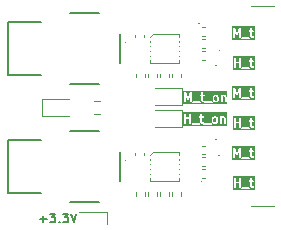
<source format=gbr>
%TF.GenerationSoftware,KiCad,Pcbnew,9.0.0*%
%TF.CreationDate,2025-02-25T16:03:33+01:00*%
%TF.ProjectId,2_In_6_Out,325f496e-5f36-45f4-9f75-742e6b696361,0*%
%TF.SameCoordinates,Original*%
%TF.FileFunction,Legend,Top*%
%TF.FilePolarity,Positive*%
%FSLAX46Y46*%
G04 Gerber Fmt 4.6, Leading zero omitted, Abs format (unit mm)*
G04 Created by KiCad (PCBNEW 9.0.0) date 2025-02-25 16:03:33*
%MOMM*%
%LPD*%
G01*
G04 APERTURE LIST*
%ADD10C,0.100000*%
%ADD11C,0.150000*%
%ADD12C,0.187500*%
%ADD13C,0.120000*%
%ADD14C,0.200000*%
G04 APERTURE END LIST*
D10*
X95046250Y-69630000D02*
X92656250Y-69630000D01*
X95046250Y-70610000D02*
X95046250Y-69630000D01*
D11*
G36*
X107557540Y-60108175D02*
G01*
X105635172Y-60108175D01*
X105635172Y-59128414D01*
X105718505Y-59128414D01*
X105718505Y-59878414D01*
X105719946Y-59893046D01*
X105731145Y-59920082D01*
X105751837Y-59940774D01*
X105778873Y-59951973D01*
X105808137Y-59951973D01*
X105835173Y-59940774D01*
X105855865Y-59920082D01*
X105867064Y-59893046D01*
X105868505Y-59878414D01*
X105868505Y-59466481D01*
X105975541Y-59695844D01*
X105978714Y-59701201D01*
X105979375Y-59703017D01*
X105980551Y-59704301D01*
X105983035Y-59708494D01*
X105991440Y-59716192D01*
X105999139Y-59724598D01*
X106002158Y-59726006D01*
X106004616Y-59728258D01*
X106015325Y-59732152D01*
X106025657Y-59736974D01*
X106028988Y-59737120D01*
X106032117Y-59738258D01*
X106043500Y-59737757D01*
X106054893Y-59738258D01*
X106058024Y-59737119D01*
X106061353Y-59736973D01*
X106071679Y-59732154D01*
X106082394Y-59728258D01*
X106084852Y-59726006D01*
X106087871Y-59724598D01*
X106095566Y-59716194D01*
X106103975Y-59708494D01*
X106106460Y-59704298D01*
X106107635Y-59703016D01*
X106108294Y-59701203D01*
X106111469Y-59695844D01*
X106218505Y-59466481D01*
X106218505Y-59878414D01*
X106219946Y-59893046D01*
X106231145Y-59920082D01*
X106251837Y-59940774D01*
X106278873Y-59951973D01*
X106308137Y-59951973D01*
X106335173Y-59940774D01*
X106340737Y-59935210D01*
X106398518Y-59935210D01*
X106398518Y-59964474D01*
X106409717Y-59991510D01*
X106430409Y-60012202D01*
X106457445Y-60023401D01*
X106472077Y-60024842D01*
X107043505Y-60024842D01*
X107058137Y-60023401D01*
X107085173Y-60012202D01*
X107105865Y-59991510D01*
X107117064Y-59964474D01*
X107117064Y-59935210D01*
X107105865Y-59908174D01*
X107085173Y-59887482D01*
X107058137Y-59876283D01*
X107043505Y-59874842D01*
X106472077Y-59874842D01*
X106457445Y-59876283D01*
X106430409Y-59887482D01*
X106409717Y-59908174D01*
X106398518Y-59935210D01*
X106340737Y-59935210D01*
X106355865Y-59920082D01*
X106367064Y-59893046D01*
X106368505Y-59878414D01*
X106368505Y-59363782D01*
X107041375Y-59363782D01*
X107041375Y-59393046D01*
X107052574Y-59420082D01*
X107073266Y-59440774D01*
X107100302Y-59451973D01*
X107114934Y-59453414D01*
X107147077Y-59453414D01*
X107147077Y-59771271D01*
X107148518Y-59785903D01*
X107149549Y-59788392D01*
X107149740Y-59791080D01*
X107154995Y-59804812D01*
X107190709Y-59876241D01*
X107192249Y-59878688D01*
X107192634Y-59879842D01*
X107193879Y-59881278D01*
X107198541Y-59888684D01*
X107205645Y-59894845D01*
X107211807Y-59901950D01*
X107219212Y-59906611D01*
X107220649Y-59907857D01*
X107221802Y-59908241D01*
X107224250Y-59909782D01*
X107295680Y-59945496D01*
X107309411Y-59950751D01*
X107312098Y-59950941D01*
X107314588Y-59951973D01*
X107329220Y-59953414D01*
X107400648Y-59953414D01*
X107415280Y-59951973D01*
X107442316Y-59940774D01*
X107463008Y-59920082D01*
X107474207Y-59893046D01*
X107474207Y-59863782D01*
X107463008Y-59836746D01*
X107442316Y-59816054D01*
X107415280Y-59804855D01*
X107400648Y-59803414D01*
X107346925Y-59803414D01*
X107313692Y-59786798D01*
X107297077Y-59753566D01*
X107297077Y-59453414D01*
X107400648Y-59453414D01*
X107415280Y-59451973D01*
X107442316Y-59440774D01*
X107463008Y-59420082D01*
X107474207Y-59393046D01*
X107474207Y-59363782D01*
X107463008Y-59336746D01*
X107442316Y-59316054D01*
X107415280Y-59304855D01*
X107400648Y-59303414D01*
X107297077Y-59303414D01*
X107297077Y-59128414D01*
X107295636Y-59113782D01*
X107284437Y-59086746D01*
X107263745Y-59066054D01*
X107236709Y-59054855D01*
X107207445Y-59054855D01*
X107180409Y-59066054D01*
X107159717Y-59086746D01*
X107148518Y-59113782D01*
X107147077Y-59128414D01*
X107147077Y-59303414D01*
X107114934Y-59303414D01*
X107100302Y-59304855D01*
X107073266Y-59316054D01*
X107052574Y-59336746D01*
X107041375Y-59363782D01*
X106368505Y-59363782D01*
X106368505Y-59128414D01*
X106367557Y-59118792D01*
X106367635Y-59117027D01*
X106367290Y-59116078D01*
X106367064Y-59113782D01*
X106362079Y-59101747D01*
X106357635Y-59089526D01*
X106356505Y-59088292D01*
X106355865Y-59086746D01*
X106346655Y-59077536D01*
X106337871Y-59067944D01*
X106336356Y-59067237D01*
X106335173Y-59066054D01*
X106323141Y-59061070D01*
X106311353Y-59055569D01*
X106309683Y-59055495D01*
X106308137Y-59054855D01*
X106295108Y-59054855D01*
X106282117Y-59054284D01*
X106280547Y-59054855D01*
X106278873Y-59054855D01*
X106266846Y-59059836D01*
X106254616Y-59064284D01*
X106253382Y-59065413D01*
X106251837Y-59066054D01*
X106242631Y-59075259D01*
X106233035Y-59084048D01*
X106231860Y-59086030D01*
X106231145Y-59086746D01*
X106230466Y-59088382D01*
X106225541Y-59096698D01*
X106043505Y-59486774D01*
X105861469Y-59096698D01*
X105856543Y-59088382D01*
X105855865Y-59086746D01*
X105855149Y-59086030D01*
X105853975Y-59084048D01*
X105844378Y-59075259D01*
X105835173Y-59066054D01*
X105833627Y-59065413D01*
X105832394Y-59064284D01*
X105820163Y-59059836D01*
X105808137Y-59054855D01*
X105806463Y-59054855D01*
X105804893Y-59054284D01*
X105791892Y-59054855D01*
X105778873Y-59054855D01*
X105777328Y-59055494D01*
X105775657Y-59055568D01*
X105763858Y-59061074D01*
X105751837Y-59066054D01*
X105750654Y-59067236D01*
X105749139Y-59067944D01*
X105740350Y-59077540D01*
X105731145Y-59086746D01*
X105730504Y-59088291D01*
X105729375Y-59089525D01*
X105724927Y-59101755D01*
X105719946Y-59113782D01*
X105719719Y-59116077D01*
X105719375Y-59117026D01*
X105719452Y-59118792D01*
X105718505Y-59128414D01*
X105635172Y-59128414D01*
X105635172Y-58970951D01*
X107557540Y-58970951D01*
X107557540Y-60108175D01*
G37*
G36*
X107557540Y-55028175D02*
G01*
X105635172Y-55028175D01*
X105635172Y-54048414D01*
X105718505Y-54048414D01*
X105718505Y-54798414D01*
X105719946Y-54813046D01*
X105731145Y-54840082D01*
X105751837Y-54860774D01*
X105778873Y-54871973D01*
X105808137Y-54871973D01*
X105835173Y-54860774D01*
X105855865Y-54840082D01*
X105867064Y-54813046D01*
X105868505Y-54798414D01*
X105868505Y-54386481D01*
X105975541Y-54615844D01*
X105978714Y-54621201D01*
X105979375Y-54623017D01*
X105980551Y-54624301D01*
X105983035Y-54628494D01*
X105991440Y-54636192D01*
X105999139Y-54644598D01*
X106002158Y-54646006D01*
X106004616Y-54648258D01*
X106015325Y-54652152D01*
X106025657Y-54656974D01*
X106028988Y-54657120D01*
X106032117Y-54658258D01*
X106043500Y-54657757D01*
X106054893Y-54658258D01*
X106058024Y-54657119D01*
X106061353Y-54656973D01*
X106071679Y-54652154D01*
X106082394Y-54648258D01*
X106084852Y-54646006D01*
X106087871Y-54644598D01*
X106095566Y-54636194D01*
X106103975Y-54628494D01*
X106106460Y-54624298D01*
X106107635Y-54623016D01*
X106108294Y-54621203D01*
X106111469Y-54615844D01*
X106218505Y-54386481D01*
X106218505Y-54798414D01*
X106219946Y-54813046D01*
X106231145Y-54840082D01*
X106251837Y-54860774D01*
X106278873Y-54871973D01*
X106308137Y-54871973D01*
X106335173Y-54860774D01*
X106340737Y-54855210D01*
X106398518Y-54855210D01*
X106398518Y-54884474D01*
X106409717Y-54911510D01*
X106430409Y-54932202D01*
X106457445Y-54943401D01*
X106472077Y-54944842D01*
X107043505Y-54944842D01*
X107058137Y-54943401D01*
X107085173Y-54932202D01*
X107105865Y-54911510D01*
X107117064Y-54884474D01*
X107117064Y-54855210D01*
X107105865Y-54828174D01*
X107085173Y-54807482D01*
X107058137Y-54796283D01*
X107043505Y-54794842D01*
X106472077Y-54794842D01*
X106457445Y-54796283D01*
X106430409Y-54807482D01*
X106409717Y-54828174D01*
X106398518Y-54855210D01*
X106340737Y-54855210D01*
X106355865Y-54840082D01*
X106367064Y-54813046D01*
X106368505Y-54798414D01*
X106368505Y-54283782D01*
X107041375Y-54283782D01*
X107041375Y-54313046D01*
X107052574Y-54340082D01*
X107073266Y-54360774D01*
X107100302Y-54371973D01*
X107114934Y-54373414D01*
X107147077Y-54373414D01*
X107147077Y-54691271D01*
X107148518Y-54705903D01*
X107149549Y-54708392D01*
X107149740Y-54711080D01*
X107154995Y-54724812D01*
X107190709Y-54796241D01*
X107192249Y-54798688D01*
X107192634Y-54799842D01*
X107193879Y-54801278D01*
X107198541Y-54808684D01*
X107205645Y-54814845D01*
X107211807Y-54821950D01*
X107219212Y-54826611D01*
X107220649Y-54827857D01*
X107221802Y-54828241D01*
X107224250Y-54829782D01*
X107295680Y-54865496D01*
X107309411Y-54870751D01*
X107312098Y-54870941D01*
X107314588Y-54871973D01*
X107329220Y-54873414D01*
X107400648Y-54873414D01*
X107415280Y-54871973D01*
X107442316Y-54860774D01*
X107463008Y-54840082D01*
X107474207Y-54813046D01*
X107474207Y-54783782D01*
X107463008Y-54756746D01*
X107442316Y-54736054D01*
X107415280Y-54724855D01*
X107400648Y-54723414D01*
X107346925Y-54723414D01*
X107313692Y-54706798D01*
X107297077Y-54673566D01*
X107297077Y-54373414D01*
X107400648Y-54373414D01*
X107415280Y-54371973D01*
X107442316Y-54360774D01*
X107463008Y-54340082D01*
X107474207Y-54313046D01*
X107474207Y-54283782D01*
X107463008Y-54256746D01*
X107442316Y-54236054D01*
X107415280Y-54224855D01*
X107400648Y-54223414D01*
X107297077Y-54223414D01*
X107297077Y-54048414D01*
X107295636Y-54033782D01*
X107284437Y-54006746D01*
X107263745Y-53986054D01*
X107236709Y-53974855D01*
X107207445Y-53974855D01*
X107180409Y-53986054D01*
X107159717Y-54006746D01*
X107148518Y-54033782D01*
X107147077Y-54048414D01*
X107147077Y-54223414D01*
X107114934Y-54223414D01*
X107100302Y-54224855D01*
X107073266Y-54236054D01*
X107052574Y-54256746D01*
X107041375Y-54283782D01*
X106368505Y-54283782D01*
X106368505Y-54048414D01*
X106367557Y-54038792D01*
X106367635Y-54037027D01*
X106367290Y-54036078D01*
X106367064Y-54033782D01*
X106362079Y-54021747D01*
X106357635Y-54009526D01*
X106356505Y-54008292D01*
X106355865Y-54006746D01*
X106346655Y-53997536D01*
X106337871Y-53987944D01*
X106336356Y-53987237D01*
X106335173Y-53986054D01*
X106323141Y-53981070D01*
X106311353Y-53975569D01*
X106309683Y-53975495D01*
X106308137Y-53974855D01*
X106295108Y-53974855D01*
X106282117Y-53974284D01*
X106280547Y-53974855D01*
X106278873Y-53974855D01*
X106266846Y-53979836D01*
X106254616Y-53984284D01*
X106253382Y-53985413D01*
X106251837Y-53986054D01*
X106242631Y-53995259D01*
X106233035Y-54004048D01*
X106231860Y-54006030D01*
X106231145Y-54006746D01*
X106230466Y-54008382D01*
X106225541Y-54016698D01*
X106043505Y-54406774D01*
X105861469Y-54016698D01*
X105856543Y-54008382D01*
X105855865Y-54006746D01*
X105855149Y-54006030D01*
X105853975Y-54004048D01*
X105844378Y-53995259D01*
X105835173Y-53986054D01*
X105833627Y-53985413D01*
X105832394Y-53984284D01*
X105820163Y-53979836D01*
X105808137Y-53974855D01*
X105806463Y-53974855D01*
X105804893Y-53974284D01*
X105791892Y-53974855D01*
X105778873Y-53974855D01*
X105777328Y-53975494D01*
X105775657Y-53975568D01*
X105763858Y-53981074D01*
X105751837Y-53986054D01*
X105750654Y-53987236D01*
X105749139Y-53987944D01*
X105740350Y-53997540D01*
X105731145Y-54006746D01*
X105730504Y-54008291D01*
X105729375Y-54009525D01*
X105724927Y-54021755D01*
X105719946Y-54033782D01*
X105719719Y-54036077D01*
X105719375Y-54037026D01*
X105719452Y-54038792D01*
X105718505Y-54048414D01*
X105635172Y-54048414D01*
X105635172Y-53890951D01*
X107557540Y-53890951D01*
X107557540Y-55028175D01*
G37*
G36*
X104251935Y-61655767D02*
G01*
X104270438Y-61674269D01*
X104292791Y-61718975D01*
X104292791Y-61897852D01*
X104270438Y-61942558D01*
X104251935Y-61961061D01*
X104207229Y-61983414D01*
X104135496Y-61983414D01*
X104090789Y-61961061D01*
X104072287Y-61942558D01*
X104049934Y-61897852D01*
X104049934Y-61718975D01*
X104072286Y-61674269D01*
X104090788Y-61655767D01*
X104135496Y-61633414D01*
X104207229Y-61633414D01*
X104251935Y-61655767D01*
G37*
G36*
X105168981Y-62288175D02*
G01*
X101495172Y-62288175D01*
X101495172Y-61308414D01*
X101578505Y-61308414D01*
X101578505Y-62058414D01*
X101579946Y-62073046D01*
X101591145Y-62100082D01*
X101611837Y-62120774D01*
X101638873Y-62131973D01*
X101668137Y-62131973D01*
X101695173Y-62120774D01*
X101715865Y-62100082D01*
X101727064Y-62073046D01*
X101728505Y-62058414D01*
X101728505Y-61740557D01*
X102007076Y-61740557D01*
X102007076Y-62058414D01*
X102008517Y-62073046D01*
X102019716Y-62100082D01*
X102040408Y-62120774D01*
X102067444Y-62131973D01*
X102096708Y-62131973D01*
X102123744Y-62120774D01*
X102129308Y-62115210D01*
X102187089Y-62115210D01*
X102187089Y-62144474D01*
X102198288Y-62171510D01*
X102218980Y-62192202D01*
X102246016Y-62203401D01*
X102260648Y-62204842D01*
X102832076Y-62204842D01*
X102846708Y-62203401D01*
X102873744Y-62192202D01*
X102894436Y-62171510D01*
X102905635Y-62144474D01*
X102905635Y-62115210D01*
X102894436Y-62088174D01*
X102873744Y-62067482D01*
X102846708Y-62056283D01*
X102832076Y-62054842D01*
X102260648Y-62054842D01*
X102246016Y-62056283D01*
X102218980Y-62067482D01*
X102198288Y-62088174D01*
X102187089Y-62115210D01*
X102129308Y-62115210D01*
X102144436Y-62100082D01*
X102155635Y-62073046D01*
X102157076Y-62058414D01*
X102157076Y-61543782D01*
X102829946Y-61543782D01*
X102829946Y-61573046D01*
X102841145Y-61600082D01*
X102861837Y-61620774D01*
X102888873Y-61631973D01*
X102903505Y-61633414D01*
X102935648Y-61633414D01*
X102935648Y-61951271D01*
X102937089Y-61965903D01*
X102938120Y-61968392D01*
X102938311Y-61971080D01*
X102943566Y-61984812D01*
X102979280Y-62056241D01*
X102980820Y-62058688D01*
X102981205Y-62059842D01*
X102982450Y-62061278D01*
X102987112Y-62068684D01*
X102994216Y-62074845D01*
X103000378Y-62081950D01*
X103007783Y-62086611D01*
X103009220Y-62087857D01*
X103010373Y-62088241D01*
X103012821Y-62089782D01*
X103084251Y-62125496D01*
X103097982Y-62130751D01*
X103100669Y-62130941D01*
X103103159Y-62131973D01*
X103117791Y-62133414D01*
X103187089Y-62133414D01*
X103187089Y-62144474D01*
X103198288Y-62171510D01*
X103218980Y-62192202D01*
X103246016Y-62203401D01*
X103260648Y-62204842D01*
X103832076Y-62204842D01*
X103846708Y-62203401D01*
X103873744Y-62192202D01*
X103894436Y-62171510D01*
X103905635Y-62144474D01*
X103905635Y-62115210D01*
X103894436Y-62088174D01*
X103873744Y-62067482D01*
X103846708Y-62056283D01*
X103832076Y-62054842D01*
X103262778Y-62054842D01*
X103262778Y-62043782D01*
X103251579Y-62016746D01*
X103230887Y-61996054D01*
X103203851Y-61984855D01*
X103189219Y-61983414D01*
X103135496Y-61983414D01*
X103102263Y-61966798D01*
X103085648Y-61933566D01*
X103085648Y-61701271D01*
X103899934Y-61701271D01*
X103899934Y-61915557D01*
X103901375Y-61930189D01*
X103902406Y-61932678D01*
X103902597Y-61935366D01*
X103907852Y-61949098D01*
X103943566Y-62020526D01*
X103947529Y-62026822D01*
X103948287Y-62028652D01*
X103949976Y-62030710D01*
X103951398Y-62032969D01*
X103952896Y-62034268D01*
X103957614Y-62040017D01*
X103993328Y-62075732D01*
X103999079Y-62080452D01*
X104000378Y-62081950D01*
X104002633Y-62083369D01*
X104004693Y-62085060D01*
X104006523Y-62085818D01*
X104012821Y-62089782D01*
X104084251Y-62125496D01*
X104097982Y-62130751D01*
X104100669Y-62130941D01*
X104103159Y-62131973D01*
X104117791Y-62133414D01*
X104224934Y-62133414D01*
X104239566Y-62131973D01*
X104242055Y-62130941D01*
X104244743Y-62130751D01*
X104258475Y-62125496D01*
X104329903Y-62089782D01*
X104336202Y-62085817D01*
X104338030Y-62085060D01*
X104340086Y-62083371D01*
X104342346Y-62081950D01*
X104343645Y-62080451D01*
X104349395Y-62075733D01*
X104385110Y-62040018D01*
X104389828Y-62034268D01*
X104391327Y-62032969D01*
X104392748Y-62030710D01*
X104394438Y-62028652D01*
X104395195Y-62026822D01*
X104399159Y-62020526D01*
X104434873Y-61949098D01*
X104440128Y-61935366D01*
X104440318Y-61932678D01*
X104441350Y-61930189D01*
X104442791Y-61915557D01*
X104442791Y-61701271D01*
X104441350Y-61686639D01*
X104440318Y-61684149D01*
X104440128Y-61681462D01*
X104434873Y-61667731D01*
X104399159Y-61596301D01*
X104395195Y-61590003D01*
X104394437Y-61588173D01*
X104392746Y-61586113D01*
X104391327Y-61583858D01*
X104389829Y-61582559D01*
X104385109Y-61576808D01*
X104366714Y-61558414D01*
X104614219Y-61558414D01*
X104614219Y-62058414D01*
X104615660Y-62073046D01*
X104626859Y-62100082D01*
X104647551Y-62120774D01*
X104674587Y-62131973D01*
X104703851Y-62131973D01*
X104730887Y-62120774D01*
X104751579Y-62100082D01*
X104762778Y-62073046D01*
X104764219Y-62058414D01*
X104764219Y-61660908D01*
X104769359Y-61655767D01*
X104814067Y-61633414D01*
X104885800Y-61633414D01*
X104919031Y-61650029D01*
X104935648Y-61683262D01*
X104935648Y-62058414D01*
X104937089Y-62073046D01*
X104948288Y-62100082D01*
X104968980Y-62120774D01*
X104996016Y-62131973D01*
X105025280Y-62131973D01*
X105052316Y-62120774D01*
X105073008Y-62100082D01*
X105084207Y-62073046D01*
X105085648Y-62058414D01*
X105085648Y-61665557D01*
X105084207Y-61650925D01*
X105083176Y-61648436D01*
X105082985Y-61645747D01*
X105077730Y-61632015D01*
X105042015Y-61560587D01*
X105040474Y-61558140D01*
X105040090Y-61556986D01*
X105038842Y-61555547D01*
X105034182Y-61548144D01*
X105027080Y-61541984D01*
X105020917Y-61534878D01*
X105013511Y-61530216D01*
X105012075Y-61528971D01*
X105010921Y-61528586D01*
X105008474Y-61527046D01*
X104937046Y-61491332D01*
X104923314Y-61486077D01*
X104920626Y-61485886D01*
X104918137Y-61484855D01*
X104903505Y-61483414D01*
X104796362Y-61483414D01*
X104781730Y-61484855D01*
X104779240Y-61485886D01*
X104776553Y-61486077D01*
X104762822Y-61491332D01*
X104738383Y-61503550D01*
X104730887Y-61496054D01*
X104703851Y-61484855D01*
X104674587Y-61484855D01*
X104647551Y-61496054D01*
X104626859Y-61516746D01*
X104615660Y-61543782D01*
X104614219Y-61558414D01*
X104366714Y-61558414D01*
X104349394Y-61541094D01*
X104343645Y-61536376D01*
X104342346Y-61534878D01*
X104340087Y-61533456D01*
X104338029Y-61531767D01*
X104336199Y-61531009D01*
X104329903Y-61527046D01*
X104258475Y-61491332D01*
X104244743Y-61486077D01*
X104242055Y-61485886D01*
X104239566Y-61484855D01*
X104224934Y-61483414D01*
X104117791Y-61483414D01*
X104103159Y-61484855D01*
X104100669Y-61485886D01*
X104097982Y-61486077D01*
X104084251Y-61491332D01*
X104012821Y-61527046D01*
X104006521Y-61531010D01*
X104004694Y-61531768D01*
X104002637Y-61533456D01*
X104000378Y-61534878D01*
X103999078Y-61536376D01*
X103993329Y-61541095D01*
X103957615Y-61576809D01*
X103952896Y-61582558D01*
X103951398Y-61583858D01*
X103949976Y-61586117D01*
X103948288Y-61588174D01*
X103947530Y-61590001D01*
X103943566Y-61596301D01*
X103907852Y-61667730D01*
X103902597Y-61681462D01*
X103902406Y-61684149D01*
X103901375Y-61686639D01*
X103899934Y-61701271D01*
X103085648Y-61701271D01*
X103085648Y-61633414D01*
X103189219Y-61633414D01*
X103203851Y-61631973D01*
X103230887Y-61620774D01*
X103251579Y-61600082D01*
X103262778Y-61573046D01*
X103262778Y-61543782D01*
X103251579Y-61516746D01*
X103230887Y-61496054D01*
X103203851Y-61484855D01*
X103189219Y-61483414D01*
X103085648Y-61483414D01*
X103085648Y-61308414D01*
X103084207Y-61293782D01*
X103073008Y-61266746D01*
X103052316Y-61246054D01*
X103025280Y-61234855D01*
X102996016Y-61234855D01*
X102968980Y-61246054D01*
X102948288Y-61266746D01*
X102937089Y-61293782D01*
X102935648Y-61308414D01*
X102935648Y-61483414D01*
X102903505Y-61483414D01*
X102888873Y-61484855D01*
X102861837Y-61496054D01*
X102841145Y-61516746D01*
X102829946Y-61543782D01*
X102157076Y-61543782D01*
X102157076Y-61308414D01*
X102155635Y-61293782D01*
X102144436Y-61266746D01*
X102123744Y-61246054D01*
X102096708Y-61234855D01*
X102067444Y-61234855D01*
X102040408Y-61246054D01*
X102019716Y-61266746D01*
X102008517Y-61293782D01*
X102007076Y-61308414D01*
X102007076Y-61590557D01*
X101728505Y-61590557D01*
X101728505Y-61308414D01*
X101727064Y-61293782D01*
X101715865Y-61266746D01*
X101695173Y-61246054D01*
X101668137Y-61234855D01*
X101638873Y-61234855D01*
X101611837Y-61246054D01*
X101591145Y-61266746D01*
X101579946Y-61293782D01*
X101578505Y-61308414D01*
X101495172Y-61308414D01*
X101495172Y-61151522D01*
X105168981Y-61151522D01*
X105168981Y-62288175D01*
G37*
G36*
X104323364Y-59835767D02*
G01*
X104341867Y-59854269D01*
X104364220Y-59898975D01*
X104364220Y-60077852D01*
X104341867Y-60122558D01*
X104323364Y-60141061D01*
X104278658Y-60163414D01*
X104206925Y-60163414D01*
X104162218Y-60141061D01*
X104143716Y-60122558D01*
X104121363Y-60077852D01*
X104121363Y-59898975D01*
X104143715Y-59854269D01*
X104162217Y-59835767D01*
X104206925Y-59813414D01*
X104278658Y-59813414D01*
X104323364Y-59835767D01*
G37*
G36*
X105240410Y-60468175D02*
G01*
X101495172Y-60468175D01*
X101495172Y-59488414D01*
X101578505Y-59488414D01*
X101578505Y-60238414D01*
X101579946Y-60253046D01*
X101591145Y-60280082D01*
X101611837Y-60300774D01*
X101638873Y-60311973D01*
X101668137Y-60311973D01*
X101695173Y-60300774D01*
X101715865Y-60280082D01*
X101727064Y-60253046D01*
X101728505Y-60238414D01*
X101728505Y-59826481D01*
X101835541Y-60055844D01*
X101838714Y-60061201D01*
X101839375Y-60063017D01*
X101840551Y-60064301D01*
X101843035Y-60068494D01*
X101851440Y-60076192D01*
X101859139Y-60084598D01*
X101862158Y-60086006D01*
X101864616Y-60088258D01*
X101875325Y-60092152D01*
X101885657Y-60096974D01*
X101888988Y-60097120D01*
X101892117Y-60098258D01*
X101903500Y-60097757D01*
X101914893Y-60098258D01*
X101918024Y-60097119D01*
X101921353Y-60096973D01*
X101931679Y-60092154D01*
X101942394Y-60088258D01*
X101944852Y-60086006D01*
X101947871Y-60084598D01*
X101955566Y-60076194D01*
X101963975Y-60068494D01*
X101966460Y-60064298D01*
X101967635Y-60063016D01*
X101968294Y-60061203D01*
X101971469Y-60055844D01*
X102078505Y-59826481D01*
X102078505Y-60238414D01*
X102079946Y-60253046D01*
X102091145Y-60280082D01*
X102111837Y-60300774D01*
X102138873Y-60311973D01*
X102168137Y-60311973D01*
X102195173Y-60300774D01*
X102200737Y-60295210D01*
X102258518Y-60295210D01*
X102258518Y-60324474D01*
X102269717Y-60351510D01*
X102290409Y-60372202D01*
X102317445Y-60383401D01*
X102332077Y-60384842D01*
X102903505Y-60384842D01*
X102918137Y-60383401D01*
X102945173Y-60372202D01*
X102965865Y-60351510D01*
X102977064Y-60324474D01*
X102977064Y-60295210D01*
X102965865Y-60268174D01*
X102945173Y-60247482D01*
X102918137Y-60236283D01*
X102903505Y-60234842D01*
X102332077Y-60234842D01*
X102317445Y-60236283D01*
X102290409Y-60247482D01*
X102269717Y-60268174D01*
X102258518Y-60295210D01*
X102200737Y-60295210D01*
X102215865Y-60280082D01*
X102227064Y-60253046D01*
X102228505Y-60238414D01*
X102228505Y-59723782D01*
X102901375Y-59723782D01*
X102901375Y-59753046D01*
X102912574Y-59780082D01*
X102933266Y-59800774D01*
X102960302Y-59811973D01*
X102974934Y-59813414D01*
X103007077Y-59813414D01*
X103007077Y-60131271D01*
X103008518Y-60145903D01*
X103009549Y-60148392D01*
X103009740Y-60151080D01*
X103014995Y-60164812D01*
X103050709Y-60236241D01*
X103052249Y-60238688D01*
X103052634Y-60239842D01*
X103053879Y-60241278D01*
X103058541Y-60248684D01*
X103065645Y-60254845D01*
X103071807Y-60261950D01*
X103079212Y-60266611D01*
X103080649Y-60267857D01*
X103081802Y-60268241D01*
X103084250Y-60269782D01*
X103155680Y-60305496D01*
X103169411Y-60310751D01*
X103172098Y-60310941D01*
X103174588Y-60311973D01*
X103189220Y-60313414D01*
X103258518Y-60313414D01*
X103258518Y-60324474D01*
X103269717Y-60351510D01*
X103290409Y-60372202D01*
X103317445Y-60383401D01*
X103332077Y-60384842D01*
X103903505Y-60384842D01*
X103918137Y-60383401D01*
X103945173Y-60372202D01*
X103965865Y-60351510D01*
X103977064Y-60324474D01*
X103977064Y-60295210D01*
X103965865Y-60268174D01*
X103945173Y-60247482D01*
X103918137Y-60236283D01*
X103903505Y-60234842D01*
X103334207Y-60234842D01*
X103334207Y-60223782D01*
X103323008Y-60196746D01*
X103302316Y-60176054D01*
X103275280Y-60164855D01*
X103260648Y-60163414D01*
X103206925Y-60163414D01*
X103173692Y-60146798D01*
X103157077Y-60113566D01*
X103157077Y-59881271D01*
X103971363Y-59881271D01*
X103971363Y-60095557D01*
X103972804Y-60110189D01*
X103973835Y-60112678D01*
X103974026Y-60115366D01*
X103979281Y-60129098D01*
X104014995Y-60200526D01*
X104018958Y-60206822D01*
X104019716Y-60208652D01*
X104021405Y-60210710D01*
X104022827Y-60212969D01*
X104024325Y-60214268D01*
X104029043Y-60220017D01*
X104064757Y-60255732D01*
X104070508Y-60260452D01*
X104071807Y-60261950D01*
X104074062Y-60263369D01*
X104076122Y-60265060D01*
X104077952Y-60265818D01*
X104084250Y-60269782D01*
X104155680Y-60305496D01*
X104169411Y-60310751D01*
X104172098Y-60310941D01*
X104174588Y-60311973D01*
X104189220Y-60313414D01*
X104296363Y-60313414D01*
X104310995Y-60311973D01*
X104313484Y-60310941D01*
X104316172Y-60310751D01*
X104329904Y-60305496D01*
X104401332Y-60269782D01*
X104407631Y-60265817D01*
X104409459Y-60265060D01*
X104411515Y-60263371D01*
X104413775Y-60261950D01*
X104415074Y-60260451D01*
X104420824Y-60255733D01*
X104456539Y-60220018D01*
X104461257Y-60214268D01*
X104462756Y-60212969D01*
X104464177Y-60210710D01*
X104465867Y-60208652D01*
X104466624Y-60206822D01*
X104470588Y-60200526D01*
X104506302Y-60129098D01*
X104511557Y-60115366D01*
X104511747Y-60112678D01*
X104512779Y-60110189D01*
X104514220Y-60095557D01*
X104514220Y-59881271D01*
X104512779Y-59866639D01*
X104511747Y-59864149D01*
X104511557Y-59861462D01*
X104506302Y-59847731D01*
X104470588Y-59776301D01*
X104466624Y-59770003D01*
X104465866Y-59768173D01*
X104464175Y-59766113D01*
X104462756Y-59763858D01*
X104461258Y-59762559D01*
X104456538Y-59756808D01*
X104438143Y-59738414D01*
X104685648Y-59738414D01*
X104685648Y-60238414D01*
X104687089Y-60253046D01*
X104698288Y-60280082D01*
X104718980Y-60300774D01*
X104746016Y-60311973D01*
X104775280Y-60311973D01*
X104802316Y-60300774D01*
X104823008Y-60280082D01*
X104834207Y-60253046D01*
X104835648Y-60238414D01*
X104835648Y-59840908D01*
X104840788Y-59835767D01*
X104885496Y-59813414D01*
X104957229Y-59813414D01*
X104990460Y-59830029D01*
X105007077Y-59863262D01*
X105007077Y-60238414D01*
X105008518Y-60253046D01*
X105019717Y-60280082D01*
X105040409Y-60300774D01*
X105067445Y-60311973D01*
X105096709Y-60311973D01*
X105123745Y-60300774D01*
X105144437Y-60280082D01*
X105155636Y-60253046D01*
X105157077Y-60238414D01*
X105157077Y-59845557D01*
X105155636Y-59830925D01*
X105154605Y-59828436D01*
X105154414Y-59825747D01*
X105149159Y-59812015D01*
X105113444Y-59740587D01*
X105111903Y-59738140D01*
X105111519Y-59736986D01*
X105110271Y-59735547D01*
X105105611Y-59728144D01*
X105098509Y-59721984D01*
X105092346Y-59714878D01*
X105084940Y-59710216D01*
X105083504Y-59708971D01*
X105082350Y-59708586D01*
X105079903Y-59707046D01*
X105008475Y-59671332D01*
X104994743Y-59666077D01*
X104992055Y-59665886D01*
X104989566Y-59664855D01*
X104974934Y-59663414D01*
X104867791Y-59663414D01*
X104853159Y-59664855D01*
X104850669Y-59665886D01*
X104847982Y-59666077D01*
X104834251Y-59671332D01*
X104809812Y-59683550D01*
X104802316Y-59676054D01*
X104775280Y-59664855D01*
X104746016Y-59664855D01*
X104718980Y-59676054D01*
X104698288Y-59696746D01*
X104687089Y-59723782D01*
X104685648Y-59738414D01*
X104438143Y-59738414D01*
X104420823Y-59721094D01*
X104415074Y-59716376D01*
X104413775Y-59714878D01*
X104411516Y-59713456D01*
X104409458Y-59711767D01*
X104407628Y-59711009D01*
X104401332Y-59707046D01*
X104329904Y-59671332D01*
X104316172Y-59666077D01*
X104313484Y-59665886D01*
X104310995Y-59664855D01*
X104296363Y-59663414D01*
X104189220Y-59663414D01*
X104174588Y-59664855D01*
X104172098Y-59665886D01*
X104169411Y-59666077D01*
X104155680Y-59671332D01*
X104084250Y-59707046D01*
X104077950Y-59711010D01*
X104076123Y-59711768D01*
X104074066Y-59713456D01*
X104071807Y-59714878D01*
X104070507Y-59716376D01*
X104064758Y-59721095D01*
X104029044Y-59756809D01*
X104024325Y-59762558D01*
X104022827Y-59763858D01*
X104021405Y-59766117D01*
X104019717Y-59768174D01*
X104018959Y-59770001D01*
X104014995Y-59776301D01*
X103979281Y-59847730D01*
X103974026Y-59861462D01*
X103973835Y-59864149D01*
X103972804Y-59866639D01*
X103971363Y-59881271D01*
X103157077Y-59881271D01*
X103157077Y-59813414D01*
X103260648Y-59813414D01*
X103275280Y-59811973D01*
X103302316Y-59800774D01*
X103323008Y-59780082D01*
X103334207Y-59753046D01*
X103334207Y-59723782D01*
X103323008Y-59696746D01*
X103302316Y-59676054D01*
X103275280Y-59664855D01*
X103260648Y-59663414D01*
X103157077Y-59663414D01*
X103157077Y-59488414D01*
X103155636Y-59473782D01*
X103144437Y-59446746D01*
X103123745Y-59426054D01*
X103096709Y-59414855D01*
X103067445Y-59414855D01*
X103040409Y-59426054D01*
X103019717Y-59446746D01*
X103008518Y-59473782D01*
X103007077Y-59488414D01*
X103007077Y-59663414D01*
X102974934Y-59663414D01*
X102960302Y-59664855D01*
X102933266Y-59676054D01*
X102912574Y-59696746D01*
X102901375Y-59723782D01*
X102228505Y-59723782D01*
X102228505Y-59488414D01*
X102227557Y-59478792D01*
X102227635Y-59477027D01*
X102227290Y-59476078D01*
X102227064Y-59473782D01*
X102222079Y-59461747D01*
X102217635Y-59449526D01*
X102216505Y-59448292D01*
X102215865Y-59446746D01*
X102206655Y-59437536D01*
X102197871Y-59427944D01*
X102196356Y-59427237D01*
X102195173Y-59426054D01*
X102183141Y-59421070D01*
X102171353Y-59415569D01*
X102169683Y-59415495D01*
X102168137Y-59414855D01*
X102155108Y-59414855D01*
X102142117Y-59414284D01*
X102140547Y-59414855D01*
X102138873Y-59414855D01*
X102126846Y-59419836D01*
X102114616Y-59424284D01*
X102113382Y-59425413D01*
X102111837Y-59426054D01*
X102102631Y-59435259D01*
X102093035Y-59444048D01*
X102091860Y-59446030D01*
X102091145Y-59446746D01*
X102090466Y-59448382D01*
X102085541Y-59456698D01*
X101903505Y-59846774D01*
X101721469Y-59456698D01*
X101716543Y-59448382D01*
X101715865Y-59446746D01*
X101715149Y-59446030D01*
X101713975Y-59444048D01*
X101704378Y-59435259D01*
X101695173Y-59426054D01*
X101693627Y-59425413D01*
X101692394Y-59424284D01*
X101680163Y-59419836D01*
X101668137Y-59414855D01*
X101666463Y-59414855D01*
X101664893Y-59414284D01*
X101651892Y-59414855D01*
X101638873Y-59414855D01*
X101637328Y-59415494D01*
X101635657Y-59415568D01*
X101623858Y-59421074D01*
X101611837Y-59426054D01*
X101610654Y-59427236D01*
X101609139Y-59427944D01*
X101600350Y-59437540D01*
X101591145Y-59446746D01*
X101590504Y-59448291D01*
X101589375Y-59449525D01*
X101584927Y-59461755D01*
X101579946Y-59473782D01*
X101579719Y-59476077D01*
X101579375Y-59477026D01*
X101579452Y-59478792D01*
X101578505Y-59488414D01*
X101495172Y-59488414D01*
X101495172Y-59330951D01*
X105240410Y-59330951D01*
X105240410Y-60468175D01*
G37*
G36*
X107557540Y-67728175D02*
G01*
X105706601Y-67728175D01*
X105706601Y-66748414D01*
X105789934Y-66748414D01*
X105789934Y-67498414D01*
X105791375Y-67513046D01*
X105802574Y-67540082D01*
X105823266Y-67560774D01*
X105850302Y-67571973D01*
X105879566Y-67571973D01*
X105906602Y-67560774D01*
X105927294Y-67540082D01*
X105938493Y-67513046D01*
X105939934Y-67498414D01*
X105939934Y-67180557D01*
X106218505Y-67180557D01*
X106218505Y-67498414D01*
X106219946Y-67513046D01*
X106231145Y-67540082D01*
X106251837Y-67560774D01*
X106278873Y-67571973D01*
X106308137Y-67571973D01*
X106335173Y-67560774D01*
X106340737Y-67555210D01*
X106398518Y-67555210D01*
X106398518Y-67584474D01*
X106409717Y-67611510D01*
X106430409Y-67632202D01*
X106457445Y-67643401D01*
X106472077Y-67644842D01*
X107043505Y-67644842D01*
X107058137Y-67643401D01*
X107085173Y-67632202D01*
X107105865Y-67611510D01*
X107117064Y-67584474D01*
X107117064Y-67555210D01*
X107105865Y-67528174D01*
X107085173Y-67507482D01*
X107058137Y-67496283D01*
X107043505Y-67494842D01*
X106472077Y-67494842D01*
X106457445Y-67496283D01*
X106430409Y-67507482D01*
X106409717Y-67528174D01*
X106398518Y-67555210D01*
X106340737Y-67555210D01*
X106355865Y-67540082D01*
X106367064Y-67513046D01*
X106368505Y-67498414D01*
X106368505Y-66983782D01*
X107041375Y-66983782D01*
X107041375Y-67013046D01*
X107052574Y-67040082D01*
X107073266Y-67060774D01*
X107100302Y-67071973D01*
X107114934Y-67073414D01*
X107147077Y-67073414D01*
X107147077Y-67391271D01*
X107148518Y-67405903D01*
X107149549Y-67408392D01*
X107149740Y-67411080D01*
X107154995Y-67424812D01*
X107190709Y-67496241D01*
X107192249Y-67498688D01*
X107192634Y-67499842D01*
X107193879Y-67501278D01*
X107198541Y-67508684D01*
X107205645Y-67514845D01*
X107211807Y-67521950D01*
X107219212Y-67526611D01*
X107220649Y-67527857D01*
X107221802Y-67528241D01*
X107224250Y-67529782D01*
X107295680Y-67565496D01*
X107309411Y-67570751D01*
X107312098Y-67570941D01*
X107314588Y-67571973D01*
X107329220Y-67573414D01*
X107400648Y-67573414D01*
X107415280Y-67571973D01*
X107442316Y-67560774D01*
X107463008Y-67540082D01*
X107474207Y-67513046D01*
X107474207Y-67483782D01*
X107463008Y-67456746D01*
X107442316Y-67436054D01*
X107415280Y-67424855D01*
X107400648Y-67423414D01*
X107346925Y-67423414D01*
X107313692Y-67406798D01*
X107297077Y-67373566D01*
X107297077Y-67073414D01*
X107400648Y-67073414D01*
X107415280Y-67071973D01*
X107442316Y-67060774D01*
X107463008Y-67040082D01*
X107474207Y-67013046D01*
X107474207Y-66983782D01*
X107463008Y-66956746D01*
X107442316Y-66936054D01*
X107415280Y-66924855D01*
X107400648Y-66923414D01*
X107297077Y-66923414D01*
X107297077Y-66748414D01*
X107295636Y-66733782D01*
X107284437Y-66706746D01*
X107263745Y-66686054D01*
X107236709Y-66674855D01*
X107207445Y-66674855D01*
X107180409Y-66686054D01*
X107159717Y-66706746D01*
X107148518Y-66733782D01*
X107147077Y-66748414D01*
X107147077Y-66923414D01*
X107114934Y-66923414D01*
X107100302Y-66924855D01*
X107073266Y-66936054D01*
X107052574Y-66956746D01*
X107041375Y-66983782D01*
X106368505Y-66983782D01*
X106368505Y-66748414D01*
X106367064Y-66733782D01*
X106355865Y-66706746D01*
X106335173Y-66686054D01*
X106308137Y-66674855D01*
X106278873Y-66674855D01*
X106251837Y-66686054D01*
X106231145Y-66706746D01*
X106219946Y-66733782D01*
X106218505Y-66748414D01*
X106218505Y-67030557D01*
X105939934Y-67030557D01*
X105939934Y-66748414D01*
X105938493Y-66733782D01*
X105927294Y-66706746D01*
X105906602Y-66686054D01*
X105879566Y-66674855D01*
X105850302Y-66674855D01*
X105823266Y-66686054D01*
X105802574Y-66706746D01*
X105791375Y-66733782D01*
X105789934Y-66748414D01*
X105706601Y-66748414D01*
X105706601Y-66591522D01*
X107557540Y-66591522D01*
X107557540Y-67728175D01*
G37*
G36*
X107557540Y-65188175D02*
G01*
X105635172Y-65188175D01*
X105635172Y-64208414D01*
X105718505Y-64208414D01*
X105718505Y-64958414D01*
X105719946Y-64973046D01*
X105731145Y-65000082D01*
X105751837Y-65020774D01*
X105778873Y-65031973D01*
X105808137Y-65031973D01*
X105835173Y-65020774D01*
X105855865Y-65000082D01*
X105867064Y-64973046D01*
X105868505Y-64958414D01*
X105868505Y-64546481D01*
X105975541Y-64775844D01*
X105978714Y-64781201D01*
X105979375Y-64783017D01*
X105980551Y-64784301D01*
X105983035Y-64788494D01*
X105991440Y-64796192D01*
X105999139Y-64804598D01*
X106002158Y-64806006D01*
X106004616Y-64808258D01*
X106015325Y-64812152D01*
X106025657Y-64816974D01*
X106028988Y-64817120D01*
X106032117Y-64818258D01*
X106043500Y-64817757D01*
X106054893Y-64818258D01*
X106058024Y-64817119D01*
X106061353Y-64816973D01*
X106071679Y-64812154D01*
X106082394Y-64808258D01*
X106084852Y-64806006D01*
X106087871Y-64804598D01*
X106095566Y-64796194D01*
X106103975Y-64788494D01*
X106106460Y-64784298D01*
X106107635Y-64783016D01*
X106108294Y-64781203D01*
X106111469Y-64775844D01*
X106218505Y-64546481D01*
X106218505Y-64958414D01*
X106219946Y-64973046D01*
X106231145Y-65000082D01*
X106251837Y-65020774D01*
X106278873Y-65031973D01*
X106308137Y-65031973D01*
X106335173Y-65020774D01*
X106340737Y-65015210D01*
X106398518Y-65015210D01*
X106398518Y-65044474D01*
X106409717Y-65071510D01*
X106430409Y-65092202D01*
X106457445Y-65103401D01*
X106472077Y-65104842D01*
X107043505Y-65104842D01*
X107058137Y-65103401D01*
X107085173Y-65092202D01*
X107105865Y-65071510D01*
X107117064Y-65044474D01*
X107117064Y-65015210D01*
X107105865Y-64988174D01*
X107085173Y-64967482D01*
X107058137Y-64956283D01*
X107043505Y-64954842D01*
X106472077Y-64954842D01*
X106457445Y-64956283D01*
X106430409Y-64967482D01*
X106409717Y-64988174D01*
X106398518Y-65015210D01*
X106340737Y-65015210D01*
X106355865Y-65000082D01*
X106367064Y-64973046D01*
X106368505Y-64958414D01*
X106368505Y-64443782D01*
X107041375Y-64443782D01*
X107041375Y-64473046D01*
X107052574Y-64500082D01*
X107073266Y-64520774D01*
X107100302Y-64531973D01*
X107114934Y-64533414D01*
X107147077Y-64533414D01*
X107147077Y-64851271D01*
X107148518Y-64865903D01*
X107149549Y-64868392D01*
X107149740Y-64871080D01*
X107154995Y-64884812D01*
X107190709Y-64956241D01*
X107192249Y-64958688D01*
X107192634Y-64959842D01*
X107193879Y-64961278D01*
X107198541Y-64968684D01*
X107205645Y-64974845D01*
X107211807Y-64981950D01*
X107219212Y-64986611D01*
X107220649Y-64987857D01*
X107221802Y-64988241D01*
X107224250Y-64989782D01*
X107295680Y-65025496D01*
X107309411Y-65030751D01*
X107312098Y-65030941D01*
X107314588Y-65031973D01*
X107329220Y-65033414D01*
X107400648Y-65033414D01*
X107415280Y-65031973D01*
X107442316Y-65020774D01*
X107463008Y-65000082D01*
X107474207Y-64973046D01*
X107474207Y-64943782D01*
X107463008Y-64916746D01*
X107442316Y-64896054D01*
X107415280Y-64884855D01*
X107400648Y-64883414D01*
X107346925Y-64883414D01*
X107313692Y-64866798D01*
X107297077Y-64833566D01*
X107297077Y-64533414D01*
X107400648Y-64533414D01*
X107415280Y-64531973D01*
X107442316Y-64520774D01*
X107463008Y-64500082D01*
X107474207Y-64473046D01*
X107474207Y-64443782D01*
X107463008Y-64416746D01*
X107442316Y-64396054D01*
X107415280Y-64384855D01*
X107400648Y-64383414D01*
X107297077Y-64383414D01*
X107297077Y-64208414D01*
X107295636Y-64193782D01*
X107284437Y-64166746D01*
X107263745Y-64146054D01*
X107236709Y-64134855D01*
X107207445Y-64134855D01*
X107180409Y-64146054D01*
X107159717Y-64166746D01*
X107148518Y-64193782D01*
X107147077Y-64208414D01*
X107147077Y-64383414D01*
X107114934Y-64383414D01*
X107100302Y-64384855D01*
X107073266Y-64396054D01*
X107052574Y-64416746D01*
X107041375Y-64443782D01*
X106368505Y-64443782D01*
X106368505Y-64208414D01*
X106367557Y-64198792D01*
X106367635Y-64197027D01*
X106367290Y-64196078D01*
X106367064Y-64193782D01*
X106362079Y-64181747D01*
X106357635Y-64169526D01*
X106356505Y-64168292D01*
X106355865Y-64166746D01*
X106346655Y-64157536D01*
X106337871Y-64147944D01*
X106336356Y-64147237D01*
X106335173Y-64146054D01*
X106323141Y-64141070D01*
X106311353Y-64135569D01*
X106309683Y-64135495D01*
X106308137Y-64134855D01*
X106295108Y-64134855D01*
X106282117Y-64134284D01*
X106280547Y-64134855D01*
X106278873Y-64134855D01*
X106266846Y-64139836D01*
X106254616Y-64144284D01*
X106253382Y-64145413D01*
X106251837Y-64146054D01*
X106242631Y-64155259D01*
X106233035Y-64164048D01*
X106231860Y-64166030D01*
X106231145Y-64166746D01*
X106230466Y-64168382D01*
X106225541Y-64176698D01*
X106043505Y-64566774D01*
X105861469Y-64176698D01*
X105856543Y-64168382D01*
X105855865Y-64166746D01*
X105855149Y-64166030D01*
X105853975Y-64164048D01*
X105844378Y-64155259D01*
X105835173Y-64146054D01*
X105833627Y-64145413D01*
X105832394Y-64144284D01*
X105820163Y-64139836D01*
X105808137Y-64134855D01*
X105806463Y-64134855D01*
X105804893Y-64134284D01*
X105791892Y-64134855D01*
X105778873Y-64134855D01*
X105777328Y-64135494D01*
X105775657Y-64135568D01*
X105763858Y-64141074D01*
X105751837Y-64146054D01*
X105750654Y-64147236D01*
X105749139Y-64147944D01*
X105740350Y-64157540D01*
X105731145Y-64166746D01*
X105730504Y-64168291D01*
X105729375Y-64169525D01*
X105724927Y-64181755D01*
X105719946Y-64193782D01*
X105719719Y-64196077D01*
X105719375Y-64197026D01*
X105719452Y-64198792D01*
X105718505Y-64208414D01*
X105635172Y-64208414D01*
X105635172Y-64050951D01*
X107557540Y-64050951D01*
X107557540Y-65188175D01*
G37*
D12*
X89348176Y-70202750D02*
X89919605Y-70202750D01*
X89633890Y-70488464D02*
X89633890Y-69917035D01*
X90205318Y-69738464D02*
X90669604Y-69738464D01*
X90669604Y-69738464D02*
X90419604Y-70024178D01*
X90419604Y-70024178D02*
X90526747Y-70024178D01*
X90526747Y-70024178D02*
X90598176Y-70059892D01*
X90598176Y-70059892D02*
X90633890Y-70095607D01*
X90633890Y-70095607D02*
X90669604Y-70167035D01*
X90669604Y-70167035D02*
X90669604Y-70345607D01*
X90669604Y-70345607D02*
X90633890Y-70417035D01*
X90633890Y-70417035D02*
X90598176Y-70452750D01*
X90598176Y-70452750D02*
X90526747Y-70488464D01*
X90526747Y-70488464D02*
X90312461Y-70488464D01*
X90312461Y-70488464D02*
X90241033Y-70452750D01*
X90241033Y-70452750D02*
X90205318Y-70417035D01*
X90991033Y-70417035D02*
X91026747Y-70452750D01*
X91026747Y-70452750D02*
X90991033Y-70488464D01*
X90991033Y-70488464D02*
X90955319Y-70452750D01*
X90955319Y-70452750D02*
X90991033Y-70417035D01*
X90991033Y-70417035D02*
X90991033Y-70488464D01*
X91276747Y-69738464D02*
X91741033Y-69738464D01*
X91741033Y-69738464D02*
X91491033Y-70024178D01*
X91491033Y-70024178D02*
X91598176Y-70024178D01*
X91598176Y-70024178D02*
X91669605Y-70059892D01*
X91669605Y-70059892D02*
X91705319Y-70095607D01*
X91705319Y-70095607D02*
X91741033Y-70167035D01*
X91741033Y-70167035D02*
X91741033Y-70345607D01*
X91741033Y-70345607D02*
X91705319Y-70417035D01*
X91705319Y-70417035D02*
X91669605Y-70452750D01*
X91669605Y-70452750D02*
X91598176Y-70488464D01*
X91598176Y-70488464D02*
X91383890Y-70488464D01*
X91383890Y-70488464D02*
X91312462Y-70452750D01*
X91312462Y-70452750D02*
X91276747Y-70417035D01*
X91955319Y-69738464D02*
X92205319Y-70488464D01*
X92205319Y-70488464D02*
X92455319Y-69738464D01*
D11*
G36*
X107557540Y-57568175D02*
G01*
X105706601Y-57568175D01*
X105706601Y-56588414D01*
X105789934Y-56588414D01*
X105789934Y-57338414D01*
X105791375Y-57353046D01*
X105802574Y-57380082D01*
X105823266Y-57400774D01*
X105850302Y-57411973D01*
X105879566Y-57411973D01*
X105906602Y-57400774D01*
X105927294Y-57380082D01*
X105938493Y-57353046D01*
X105939934Y-57338414D01*
X105939934Y-57020557D01*
X106218505Y-57020557D01*
X106218505Y-57338414D01*
X106219946Y-57353046D01*
X106231145Y-57380082D01*
X106251837Y-57400774D01*
X106278873Y-57411973D01*
X106308137Y-57411973D01*
X106335173Y-57400774D01*
X106340737Y-57395210D01*
X106398518Y-57395210D01*
X106398518Y-57424474D01*
X106409717Y-57451510D01*
X106430409Y-57472202D01*
X106457445Y-57483401D01*
X106472077Y-57484842D01*
X107043505Y-57484842D01*
X107058137Y-57483401D01*
X107085173Y-57472202D01*
X107105865Y-57451510D01*
X107117064Y-57424474D01*
X107117064Y-57395210D01*
X107105865Y-57368174D01*
X107085173Y-57347482D01*
X107058137Y-57336283D01*
X107043505Y-57334842D01*
X106472077Y-57334842D01*
X106457445Y-57336283D01*
X106430409Y-57347482D01*
X106409717Y-57368174D01*
X106398518Y-57395210D01*
X106340737Y-57395210D01*
X106355865Y-57380082D01*
X106367064Y-57353046D01*
X106368505Y-57338414D01*
X106368505Y-56823782D01*
X107041375Y-56823782D01*
X107041375Y-56853046D01*
X107052574Y-56880082D01*
X107073266Y-56900774D01*
X107100302Y-56911973D01*
X107114934Y-56913414D01*
X107147077Y-56913414D01*
X107147077Y-57231271D01*
X107148518Y-57245903D01*
X107149549Y-57248392D01*
X107149740Y-57251080D01*
X107154995Y-57264812D01*
X107190709Y-57336241D01*
X107192249Y-57338688D01*
X107192634Y-57339842D01*
X107193879Y-57341278D01*
X107198541Y-57348684D01*
X107205645Y-57354845D01*
X107211807Y-57361950D01*
X107219212Y-57366611D01*
X107220649Y-57367857D01*
X107221802Y-57368241D01*
X107224250Y-57369782D01*
X107295680Y-57405496D01*
X107309411Y-57410751D01*
X107312098Y-57410941D01*
X107314588Y-57411973D01*
X107329220Y-57413414D01*
X107400648Y-57413414D01*
X107415280Y-57411973D01*
X107442316Y-57400774D01*
X107463008Y-57380082D01*
X107474207Y-57353046D01*
X107474207Y-57323782D01*
X107463008Y-57296746D01*
X107442316Y-57276054D01*
X107415280Y-57264855D01*
X107400648Y-57263414D01*
X107346925Y-57263414D01*
X107313692Y-57246798D01*
X107297077Y-57213566D01*
X107297077Y-56913414D01*
X107400648Y-56913414D01*
X107415280Y-56911973D01*
X107442316Y-56900774D01*
X107463008Y-56880082D01*
X107474207Y-56853046D01*
X107474207Y-56823782D01*
X107463008Y-56796746D01*
X107442316Y-56776054D01*
X107415280Y-56764855D01*
X107400648Y-56763414D01*
X107297077Y-56763414D01*
X107297077Y-56588414D01*
X107295636Y-56573782D01*
X107284437Y-56546746D01*
X107263745Y-56526054D01*
X107236709Y-56514855D01*
X107207445Y-56514855D01*
X107180409Y-56526054D01*
X107159717Y-56546746D01*
X107148518Y-56573782D01*
X107147077Y-56588414D01*
X107147077Y-56763414D01*
X107114934Y-56763414D01*
X107100302Y-56764855D01*
X107073266Y-56776054D01*
X107052574Y-56796746D01*
X107041375Y-56823782D01*
X106368505Y-56823782D01*
X106368505Y-56588414D01*
X106367064Y-56573782D01*
X106355865Y-56546746D01*
X106335173Y-56526054D01*
X106308137Y-56514855D01*
X106278873Y-56514855D01*
X106251837Y-56526054D01*
X106231145Y-56546746D01*
X106219946Y-56573782D01*
X106218505Y-56588414D01*
X106218505Y-56870557D01*
X105939934Y-56870557D01*
X105939934Y-56588414D01*
X105938493Y-56573782D01*
X105927294Y-56546746D01*
X105906602Y-56526054D01*
X105879566Y-56514855D01*
X105850302Y-56514855D01*
X105823266Y-56526054D01*
X105802574Y-56546746D01*
X105791375Y-56573782D01*
X105789934Y-56588414D01*
X105706601Y-56588414D01*
X105706601Y-56431522D01*
X107557540Y-56431522D01*
X107557540Y-57568175D01*
G37*
G36*
X107557540Y-62648175D02*
G01*
X105706601Y-62648175D01*
X105706601Y-61668414D01*
X105789934Y-61668414D01*
X105789934Y-62418414D01*
X105791375Y-62433046D01*
X105802574Y-62460082D01*
X105823266Y-62480774D01*
X105850302Y-62491973D01*
X105879566Y-62491973D01*
X105906602Y-62480774D01*
X105927294Y-62460082D01*
X105938493Y-62433046D01*
X105939934Y-62418414D01*
X105939934Y-62100557D01*
X106218505Y-62100557D01*
X106218505Y-62418414D01*
X106219946Y-62433046D01*
X106231145Y-62460082D01*
X106251837Y-62480774D01*
X106278873Y-62491973D01*
X106308137Y-62491973D01*
X106335173Y-62480774D01*
X106340737Y-62475210D01*
X106398518Y-62475210D01*
X106398518Y-62504474D01*
X106409717Y-62531510D01*
X106430409Y-62552202D01*
X106457445Y-62563401D01*
X106472077Y-62564842D01*
X107043505Y-62564842D01*
X107058137Y-62563401D01*
X107085173Y-62552202D01*
X107105865Y-62531510D01*
X107117064Y-62504474D01*
X107117064Y-62475210D01*
X107105865Y-62448174D01*
X107085173Y-62427482D01*
X107058137Y-62416283D01*
X107043505Y-62414842D01*
X106472077Y-62414842D01*
X106457445Y-62416283D01*
X106430409Y-62427482D01*
X106409717Y-62448174D01*
X106398518Y-62475210D01*
X106340737Y-62475210D01*
X106355865Y-62460082D01*
X106367064Y-62433046D01*
X106368505Y-62418414D01*
X106368505Y-61903782D01*
X107041375Y-61903782D01*
X107041375Y-61933046D01*
X107052574Y-61960082D01*
X107073266Y-61980774D01*
X107100302Y-61991973D01*
X107114934Y-61993414D01*
X107147077Y-61993414D01*
X107147077Y-62311271D01*
X107148518Y-62325903D01*
X107149549Y-62328392D01*
X107149740Y-62331080D01*
X107154995Y-62344812D01*
X107190709Y-62416241D01*
X107192249Y-62418688D01*
X107192634Y-62419842D01*
X107193879Y-62421278D01*
X107198541Y-62428684D01*
X107205645Y-62434845D01*
X107211807Y-62441950D01*
X107219212Y-62446611D01*
X107220649Y-62447857D01*
X107221802Y-62448241D01*
X107224250Y-62449782D01*
X107295680Y-62485496D01*
X107309411Y-62490751D01*
X107312098Y-62490941D01*
X107314588Y-62491973D01*
X107329220Y-62493414D01*
X107400648Y-62493414D01*
X107415280Y-62491973D01*
X107442316Y-62480774D01*
X107463008Y-62460082D01*
X107474207Y-62433046D01*
X107474207Y-62403782D01*
X107463008Y-62376746D01*
X107442316Y-62356054D01*
X107415280Y-62344855D01*
X107400648Y-62343414D01*
X107346925Y-62343414D01*
X107313692Y-62326798D01*
X107297077Y-62293566D01*
X107297077Y-61993414D01*
X107400648Y-61993414D01*
X107415280Y-61991973D01*
X107442316Y-61980774D01*
X107463008Y-61960082D01*
X107474207Y-61933046D01*
X107474207Y-61903782D01*
X107463008Y-61876746D01*
X107442316Y-61856054D01*
X107415280Y-61844855D01*
X107400648Y-61843414D01*
X107297077Y-61843414D01*
X107297077Y-61668414D01*
X107295636Y-61653782D01*
X107284437Y-61626746D01*
X107263745Y-61606054D01*
X107236709Y-61594855D01*
X107207445Y-61594855D01*
X107180409Y-61606054D01*
X107159717Y-61626746D01*
X107148518Y-61653782D01*
X107147077Y-61668414D01*
X107147077Y-61843414D01*
X107114934Y-61843414D01*
X107100302Y-61844855D01*
X107073266Y-61856054D01*
X107052574Y-61876746D01*
X107041375Y-61903782D01*
X106368505Y-61903782D01*
X106368505Y-61668414D01*
X106367064Y-61653782D01*
X106355865Y-61626746D01*
X106335173Y-61606054D01*
X106308137Y-61594855D01*
X106278873Y-61594855D01*
X106251837Y-61606054D01*
X106231145Y-61626746D01*
X106219946Y-61653782D01*
X106218505Y-61668414D01*
X106218505Y-61950557D01*
X105939934Y-61950557D01*
X105939934Y-61668414D01*
X105938493Y-61653782D01*
X105927294Y-61626746D01*
X105906602Y-61606054D01*
X105879566Y-61594855D01*
X105850302Y-61594855D01*
X105823266Y-61606054D01*
X105802574Y-61626746D01*
X105791375Y-61653782D01*
X105789934Y-61668414D01*
X105706601Y-61668414D01*
X105706601Y-61511522D01*
X107557540Y-61511522D01*
X107557540Y-62648175D01*
G37*
D13*
%TO.C,R4*%
X99516250Y-57896359D02*
X99516250Y-58203641D01*
X100276250Y-57896359D02*
X100276250Y-58203641D01*
%TO.C,R8*%
X100516250Y-57896359D02*
X100516250Y-58203641D01*
X101276250Y-57896359D02*
X101276250Y-58203641D01*
%TO.C,J3*%
X107246250Y-52180000D02*
X109146250Y-52180000D01*
X107246250Y-69127500D02*
X109146250Y-69130000D01*
%TO.C,R6*%
X103052609Y-54970000D02*
X103359891Y-54970000D01*
X103052609Y-55730000D02*
X103359891Y-55730000D01*
%TO.C,D2*%
X99076250Y-60575000D02*
X101361250Y-60575000D01*
X101361250Y-59105000D02*
X99076250Y-59105000D01*
X101361250Y-60575000D02*
X101361250Y-59105000D01*
D10*
%TO.C,D7*%
X104306250Y-57230000D02*
G75*
G02*
X104206250Y-57230000I-50000J0D01*
G01*
X104206250Y-57230000D02*
G75*
G02*
X104306250Y-57230000I50000J0D01*
G01*
D14*
%TO.C,J2*%
X86646250Y-63500000D02*
X86646250Y-68000000D01*
X86646250Y-68000000D02*
X89446250Y-68000000D01*
X89446250Y-63500000D02*
X86646250Y-63500000D01*
X91946250Y-62750000D02*
X94346250Y-62750000D01*
X91946250Y-68750000D02*
X94346250Y-68750000D01*
X96146250Y-64550000D02*
X96146250Y-66950000D01*
D10*
%TO.C,D13*%
X103078139Y-67041888D02*
G75*
G02*
X102978137Y-67041888I-50001J0D01*
G01*
X102978137Y-67041888D02*
G75*
G02*
X103078139Y-67041888I50001J0D01*
G01*
D13*
%TO.C,R9*%
X98516250Y-57896359D02*
X98516250Y-58203641D01*
X99276250Y-57896359D02*
X99276250Y-58203641D01*
%TO.C,D1*%
X89571250Y-60015000D02*
X89571250Y-61485000D01*
X89571250Y-61485000D02*
X91856250Y-61485000D01*
X91856250Y-60015000D02*
X89571250Y-60015000D01*
D10*
%TO.C,D10*%
X104306250Y-63460000D02*
G75*
G02*
X104206250Y-63460000I-50000J0D01*
G01*
X104206250Y-63460000D02*
G75*
G02*
X104306250Y-63460000I50000J0D01*
G01*
D13*
%TO.C,C11*%
X97426250Y-64797836D02*
X97426250Y-64582164D01*
X98146250Y-64797836D02*
X98146250Y-64582164D01*
%TO.C,R3*%
X98516250Y-67896359D02*
X98516250Y-68203641D01*
X99276250Y-67896359D02*
X99276250Y-68203641D01*
D10*
%TO.C,D11*%
X102868139Y-53668112D02*
G75*
G02*
X102768137Y-53668112I-50001J0D01*
G01*
X102768137Y-53668112D02*
G75*
G02*
X102868139Y-53668112I50001J0D01*
G01*
D13*
%TO.C,R5*%
X103052609Y-53970000D02*
X103359891Y-53970000D01*
X103052609Y-54730000D02*
X103359891Y-54730000D01*
%TO.C,R12*%
X97516250Y-68203641D02*
X97516250Y-67896359D01*
X98276250Y-68203641D02*
X98276250Y-67896359D01*
%TO.C,R11*%
X97516250Y-58203641D02*
X97516250Y-57896359D01*
X98276250Y-58203641D02*
X98276250Y-57896359D01*
D14*
%TO.C,J1*%
X86646250Y-53500000D02*
X86646250Y-58000000D01*
X86646250Y-58000000D02*
X89446250Y-58000000D01*
X89446250Y-53500000D02*
X86646250Y-53500000D01*
X91946250Y-52750000D02*
X94346250Y-52750000D01*
X91946250Y-58750000D02*
X94346250Y-58750000D01*
X96146250Y-54550000D02*
X96146250Y-56950000D01*
D13*
%TO.C,R1*%
X99516250Y-67896359D02*
X99516250Y-68203641D01*
X100276250Y-67896359D02*
X100276250Y-68203641D01*
%TO.C,C1*%
X97426250Y-54797836D02*
X97426250Y-54582164D01*
X98146250Y-54797836D02*
X98146250Y-54582164D01*
%TO.C,R14*%
X103052609Y-63970000D02*
X103359891Y-63970000D01*
X103052609Y-64730000D02*
X103359891Y-64730000D01*
D10*
%TO.C,D5*%
X96676250Y-55210000D02*
G75*
G02*
X96576250Y-55210000I-50000J0D01*
G01*
X96576250Y-55210000D02*
G75*
G02*
X96676250Y-55210000I50000J0D01*
G01*
%TO.C,U2*%
X98646250Y-54750000D02*
X98896250Y-54500000D01*
X98646250Y-55150000D02*
X98646250Y-55170000D01*
X98646250Y-55550000D02*
X98646250Y-55570000D01*
X98646250Y-55950000D02*
X98646250Y-55970000D01*
X98646250Y-56350000D02*
X98646250Y-56370000D01*
X98646250Y-57000000D02*
X98646250Y-56750000D01*
X101146250Y-54500000D02*
X98896250Y-54500000D01*
X101146250Y-54500000D02*
X101146250Y-54750000D01*
X101146250Y-55150000D02*
X101146250Y-55170000D01*
X101146250Y-55550000D02*
X101146250Y-55570000D01*
X101146250Y-55950000D02*
X101146250Y-55970000D01*
X101146250Y-56350000D02*
X101146250Y-56370000D01*
X101146250Y-57000000D02*
X98646250Y-57000000D01*
X101146250Y-57000000D02*
X101146250Y-56750000D01*
D13*
%TO.C,R16*%
X103052609Y-65970000D02*
X103359891Y-65970000D01*
X103052609Y-66730000D02*
X103359891Y-66730000D01*
D10*
%TO.C,D9*%
X104596250Y-55890000D02*
G75*
G02*
X104496250Y-55890000I-50000J0D01*
G01*
X104496250Y-55890000D02*
G75*
G02*
X104596250Y-55890000I50000J0D01*
G01*
%TO.C,D6*%
X96676250Y-65210000D02*
G75*
G02*
X96576250Y-65210000I-50000J0D01*
G01*
X96576250Y-65210000D02*
G75*
G02*
X96676250Y-65210000I50000J0D01*
G01*
D13*
%TO.C,R2*%
X100516250Y-67896359D02*
X100516250Y-68203641D01*
X101276250Y-67896359D02*
X101276250Y-68203641D01*
%TO.C,R7*%
X103052609Y-55970000D02*
X103359891Y-55970000D01*
X103052609Y-56730000D02*
X103359891Y-56730000D01*
D10*
%TO.C,D8*%
X104596250Y-64810000D02*
G75*
G02*
X104496250Y-64810000I-50000J0D01*
G01*
X104496250Y-64810000D02*
G75*
G02*
X104596250Y-64810000I50000J0D01*
G01*
D13*
%TO.C,R10*%
X93948992Y-60227500D02*
X94423508Y-60227500D01*
X93948992Y-61272500D02*
X94423508Y-61272500D01*
D10*
%TO.C,U4*%
X98646250Y-64750000D02*
X98896250Y-64500000D01*
X98646250Y-65150000D02*
X98646250Y-65170000D01*
X98646250Y-65550000D02*
X98646250Y-65570000D01*
X98646250Y-65950000D02*
X98646250Y-65970000D01*
X98646250Y-66350000D02*
X98646250Y-66370000D01*
X98646250Y-67000000D02*
X98646250Y-66750000D01*
X101146250Y-64500000D02*
X98896250Y-64500000D01*
X101146250Y-64500000D02*
X101146250Y-64750000D01*
X101146250Y-65150000D02*
X101146250Y-65170000D01*
X101146250Y-65550000D02*
X101146250Y-65570000D01*
X101146250Y-65950000D02*
X101146250Y-65970000D01*
X101146250Y-66350000D02*
X101146250Y-66370000D01*
X101146250Y-67000000D02*
X98646250Y-67000000D01*
X101146250Y-67000000D02*
X101146250Y-66750000D01*
D13*
%TO.C,R15*%
X103052609Y-64970000D02*
X103359891Y-64970000D01*
X103052609Y-65730000D02*
X103359891Y-65730000D01*
%TO.C,D3*%
X99096250Y-62395000D02*
X101381250Y-62395000D01*
X101381250Y-60925000D02*
X99096250Y-60925000D01*
X101381250Y-62395000D02*
X101381250Y-60925000D01*
%TD*%
M02*

</source>
